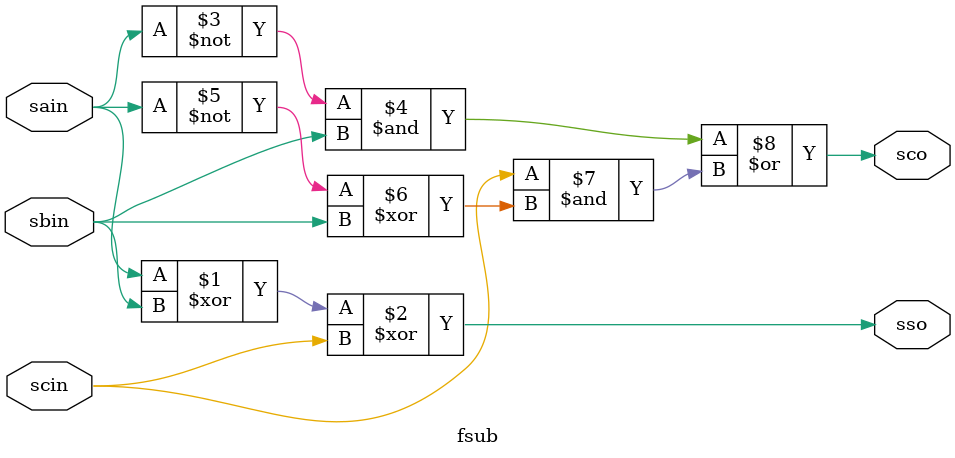
<source format=v>


// The result of translation follows.  Its copyright status should be
// considered unchanged from the original VHDL.

// no timescale needed

module fsub(
input wire sain,
input wire sbin,
input wire scin,
output wire sso,
output wire sco
);





  assign sso = sain ^ sbin ^ scin;
  assign sco = ( ~sain & sbin) | (scin & ( ~sain ^ sbin));

endmodule

</source>
